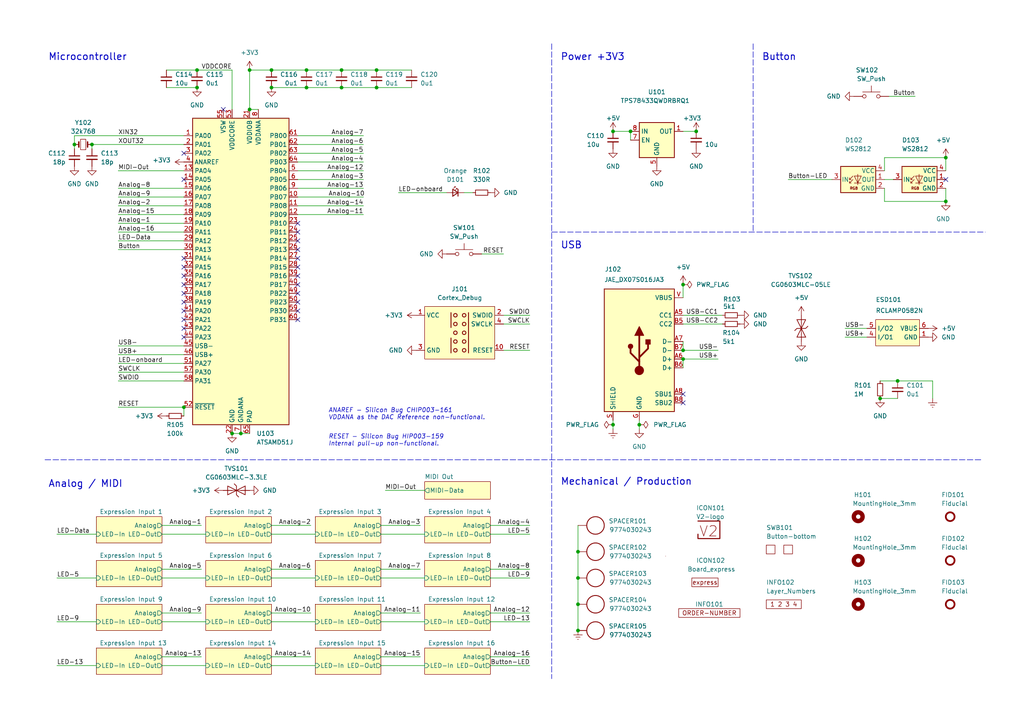
<source format=kicad_sch>
(kicad_sch (version 20231120) (generator "eeschema") (generator_version "8.0")
  (paper "A4")
  (title_block (title "V2 express") (date "2024-02-02") (rev "4") (company "Versio Duo") (comment 1 "Expression Controller"))
  (lib_symbols
    (symbol "Device:C_Small" (pin_numbers hide) (pin_names (offset 0.254) hide)
      (property "Reference" "C" (at 0.254 1.778 0))
      (property "Value" "C_Small" (at 0.254 -2.032 0))
      (symbol "C_Small_1_1"
        (pin passive line (at 0 2.54 270) (length 2.032) (name "~") (number "1"))
        (pin passive line (at 0 -2.54 90) (length 2.032) (name "~") (number "2"))
      )
    )
    (symbol "Device:Crystal_Small" (pin_numbers hide) (pin_names (offset 1.016) hide)
      (property "Reference" "Y" (at 0 2.54 0))
      (property "Value" "Crystal_Small" (at 0 -2.54 0))
      (symbol "Crystal_Small_1_1"
        (pin passive line (at -2.54 0 0) (length 1.27) (name "1") (number "1"))
        (pin passive line (at 2.54 0 180) (length 1.27) (name "2") (number "2"))
      )
    )
    (symbol "Device:LED_Small" (pin_numbers hide) (pin_names (offset 0.254) hide)
      (property "Reference" "D" (at -1.27 3.175 0))
      (property "Value" "LED_Small" (at -4.445 -2.54 0))
      (symbol "LED_Small_1_1"
        (pin passive line (at -2.54 0 0) (length 1.778) (name "K") (number "1"))
        (pin passive line (at 2.54 0 180) (length 1.778) (name "A") (number "2"))
      )
    )
    (symbol "Device:R_Small" (pin_numbers hide) (pin_names (offset 0.254) hide)
      (property "Reference" "R" (at 0.762 0.508 0))
      (property "Value" "R_Small" (at 0.762 -1.016 0))
      (symbol "R_Small_1_1"
        (pin passive line (at 0 2.54 270) (length 0.762) (name "~") (number "1"))
        (pin passive line (at 0 -2.54 90) (length 0.762) (name "~") (number "2"))
      )
    )
    (symbol "Switch:SW_Push" (pin_numbers hide) (pin_names (offset 1.016) hide)
      (property "Reference" "SW" (at 1.27 2.54 0))
      (property "Value" "SW_Push" (at 0 -1.524 0))
      (symbol "SW_Push_0_1"
        (pin passive line (at -5.08 0 0) (length 2.54) (name "1") (number "1"))
        (pin passive line (at 5.08 0 180) (length 2.54) (name "2") (number "2"))
      )
    )
    (symbol "V2_Artwork:Board_express" (in_bom no)
      (property "Reference" "ICON" (at 0 2.54 0))
      (symbol "Board_express_0_0"
        (text "express" (at 0 0 0) (effects (font (size 1.27 1.27))))
      )
    )
    (symbol "V2_Artwork:V2-logo" (in_bom no)
      (property "Reference" "ICON" (at -3.302 3.81 0))
      (symbol "V2-logo_1_0"
        (text "V2" (at -0.2055 -0.4053 0) (effects (font (size 3 3))))
      )
    )
    (symbol "V2_Connector_USB:JAE_DX07S016JA3"
      (property "Reference" "J" (at -10.16 22.86 0))
      (property "Value" "USB-C_2.0" (at -10.16 20.5 0))
      (symbol "JAE_DX07S016JA3_1_1"
        (pin bidirectional line (at 12.7 10.16 180) (length 2.54) (name "CC1") (number "A5"))
        (pin bidirectional line (at 12.7 -2.54 180) (length 2.54) (name "D+") (number "A6"))
        (pin bidirectional line (at 12.7 2.54 180) (length 2.54) (name "D-") (number "A7"))
        (pin bidirectional line (at 12.7 -12.7 180) (length 2.54) (name "SBU1") (number "A8"))
        (pin bidirectional line (at 12.7 7.62 180) (length 2.54) (name "CC2") (number "B5"))
        (pin bidirectional line (at 12.7 -5.08 180) (length 2.54) (name "D+") (number "B6"))
        (pin bidirectional line (at 12.7 0 180) (length 2.54) (name "D-") (number "B7"))
        (pin bidirectional line (at 12.7 -15.24 180) (length 2.54) (name "SBU2") (number "B8"))
        (pin passive line (at 0 -20.32 90) (length 2.54) (name "GND") (number "G"))
        (pin passive line (at -7.62 -20.32 90) (length 2.54) (name "SHIELD") (number "S"))
        (pin passive line (at 12.7 15.24 180) (length 2.54) (name "VBUS") (number "V"))
      )
    )
    (symbol "V2_Cortex_Debug:Cortex_Debug" (in_bom no)
      (property "Reference" "J" (at -8.89 11.43 0))
      (property "Value" "Cortex_Debug" (at -8.89 8.89 0))
      (symbol "Cortex_Debug_1_0"
        (pin power_in line (at -11.43 5.08 0) (length 2.54) (name "VCC") (number "1"))
        (pin input line (at 13.97 -5.08 180) (length 2.54) (name "RESET") (number "10"))
        (pin bidirectional line (at 13.97 5.08 180) (length 2.54) (name "SWDIO") (number "2"))
        (pin power_in line (at -11.43 -5.08 0) (length 2.54) (name "GND") (number "3"))
        (pin input line (at 13.97 2.54 180) (length 2.54) (name "SWCLK") (number "4"))
        (pin passive line (at -11.43 -5.08 0) (length 2.54) hide (name "GND") (number "5"))
      )
    )
    (symbol "V2_Diode:CG0603MLC-05LE" (pin_numbers hide) (pin_names hide)
      (property "Reference" "TVS" (at -1.27 3.81 0))
      (property "Value" "CG0603MLC-05LE" (at 0 -3.81 0))
      (symbol "CG0603MLC-05LE_1_1"
        (pin passive line (at -3.81 0 0) (length 2.54) (name "K") (number "1"))
        (pin passive line (at 3.81 0 180) (length 2.54) (name "A") (number "2"))
      )
    )
    (symbol "V2_Diode:CG0603MLC-3.3LE" (pin_numbers hide) (pin_names hide)
      (property "Reference" "TVS" (at -1.27 3.81 0))
      (property "Value" "CG0603MLC-3.3LE" (at 0 -3.81 0))
      (symbol "CG0603MLC-3.3LE_1_1"
        (pin passive line (at -3.81 0 0) (length 2.54) (name "K") (number "1"))
        (pin passive line (at 3.81 0 180) (length 2.54) (name "A") (number "2"))
      )
    )
    (symbol "V2_ESD_Suppressor:RCLAMP0582N"
      (property "Reference" "ESD" (at -6.35 6.35 0))
      (property "Value" "RCLAMP0582N" (at -6.35 3.81 0))
      (symbol "RCLAMP0582N_1_0"
        (pin power_in line (at 8.89 -2.54 180) (length 2.54) (name "GND") (number "1"))
        (pin no_connect line (at 2.54 -10.16 0) (length 2.54) hide (name "") (number "3"))
        (pin bidirectional line (at -8.89 -2.54 0) (length 2.54) (name "I/O1") (number "4"))
        (pin bidirectional line (at -8.89 0 0) (length 2.54) (name "I/O2") (number "5"))
        (pin power_in line (at 8.89 0 180) (length 2.54) (name "VBUS") (number "6"))
      )
      (symbol "RCLAMP0582N_1_1"
        (pin no_connect line (at 2.54 -7.62 0) (length 2.54) hide (name "") (number "2"))
      )
    )
    (symbol "V2_LED:WS2812" (pin_names (offset 0.254))
      (property "Reference" "D3" (at 0 11.43 0))
      (property "Value" "WS2812" (at 0 8.89 0))
      (symbol "WS2812_0_0"
        (text "RGB" (at -1.27 -1.27 0) (effects (font (size 0.762 0.762))))
      )
      (symbol "WS2812_1_1"
        (pin output line (at 7.62 1.27 180) (length 2.54) (name "OUT") (number "1"))
        (pin power_in line (at 7.62 -1.27 180) (length 2.54) (name "GND") (number "2"))
        (pin input line (at -7.62 1.27 0) (length 2.54) (name "IN") (number "3"))
        (pin power_in line (at 7.62 3.81 180) (length 2.54) (name "VCC") (number "4"))
      )
    )
    (symbol "V2_MCU_Microchip_SAMD:ATSAMD51J"
      (property "Reference" "U" (at 5.08 -44.45 0))
      (property "Value" "ATSAMD51J" (at 5.08 -46.99 0))
      (symbol "ATSAMD51J_1_0"
        (pin bidirectional line (at 16.51 31.75 180) (length 2.54) (name "PB03") (number "64"))
      )
      (symbol "ATSAMD51J_1_1"
        (pin bidirectional line (at -16.51 39.37 0) (length 2.54) (name "PA00") (number "1"))
        (pin bidirectional line (at 16.51 21.59 180) (length 2.54) (name "PB07") (number "10"))
        (pin bidirectional line (at 16.51 19.05 180) (length 2.54) (name "PB08") (number "11"))
        (pin bidirectional line (at 16.51 16.51 180) (length 2.54) (name "PB09") (number "12"))
        (pin bidirectional line (at -16.51 29.21 0) (length 2.54) (name "PA04") (number "13"))
        (pin bidirectional line (at -16.51 26.67 0) (length 2.54) (name "PA05") (number "14"))
        (pin bidirectional line (at -16.51 24.13 0) (length 2.54) (name "PA06") (number "15"))
        (pin bidirectional line (at -16.51 21.59 0) (length 2.54) (name "PA07") (number "16"))
        (pin bidirectional line (at -16.51 19.05 0) (length 2.54) (name "PA08") (number "17"))
        (pin bidirectional line (at -16.51 16.51 0) (length 2.54) (name "PA09") (number "18"))
        (pin bidirectional line (at -16.51 13.97 0) (length 2.54) (name "PA10") (number "19"))
        (pin bidirectional line (at -16.51 36.83 0) (length 2.54) (name "PA01") (number "2"))
        (pin bidirectional line (at -16.51 11.43 0) (length 2.54) (name "PA11") (number "20"))
        (pin power_in line (at 2.54 46.99 270) (length 2.54) (name "VDDIOB") (number "21"))
        (pin power_in line (at -2.54 -46.99 90) (length 2.54) (name "GND") (number "22"))
        (pin bidirectional line (at 16.51 13.97 180) (length 2.54) (name "PB10") (number "23"))
        (pin bidirectional line (at 16.51 11.43 180) (length 2.54) (name "PB11") (number "24"))
        (pin bidirectional line (at 16.51 8.89 180) (length 2.54) (name "PB12") (number "25"))
        (pin bidirectional line (at 16.51 6.35 180) (length 2.54) (name "PB13") (number "26"))
        (pin bidirectional line (at 16.51 3.81 180) (length 2.54) (name "PB14") (number "27"))
        (pin bidirectional line (at 16.51 1.27 180) (length 2.54) (name "PB15") (number "28"))
        (pin bidirectional line (at -16.51 8.89 0) (length 2.54) (name "PA12") (number "29"))
        (pin bidirectional line (at -16.51 34.29 0) (length 2.54) (name "PA02") (number "3"))
        (pin bidirectional line (at -16.51 6.35 0) (length 2.54) (name "PA13") (number "30"))
        (pin bidirectional line (at -16.51 3.81 0) (length 2.54) (name "PA14") (number "31"))
        (pin bidirectional line (at -16.51 1.27 0) (length 2.54) (name "PA15") (number "32"))
        (pin passive line (at -2.54 -46.99 90) (length 2.54) hide (name "GND") (number "33"))
        (pin passive line (at 2.54 46.99 270) (length 2.54) hide (name "VDDIO") (number "34"))
        (pin bidirectional line (at -16.51 -1.27 0) (length 2.54) (name "PA16") (number "35"))
        (pin bidirectional line (at -16.51 -3.81 0) (length 2.54) (name "PA17") (number "36"))
        (pin bidirectional line (at -16.51 -6.35 0) (length 2.54) (name "PA18") (number "37"))
        (pin bidirectional line (at -16.51 -8.89 0) (length 2.54) (name "PA19") (number "38"))
        (pin bidirectional line (at 16.51 -1.27 180) (length 2.54) (name "PB16") (number "39"))
        (pin bidirectional line (at -16.51 31.75 0) (length 2.54) (name "PA03") (number "4") (alternate "ANAREF" input line))
        (pin bidirectional line (at 16.51 -3.81 180) (length 2.54) (name "PB17") (number "40"))
        (pin bidirectional line (at -16.51 -11.43 0) (length 2.54) (name "PA20") (number "41"))
        (pin bidirectional line (at -16.51 -13.97 0) (length 2.54) (name "PA21") (number "42"))
        (pin bidirectional line (at -16.51 -16.51 0) (length 2.54) (name "PA22") (number "43"))
        (pin bidirectional line (at -16.51 -19.05 0) (length 2.54) (name "PA23") (number "44"))
        (pin bidirectional line (at -16.51 -21.59 0) (length 2.54) (name "PA24") (number "45") (alternate "USB-" bidirectional line))
        (pin bidirectional line (at -16.51 -24.13 0) (length 2.54) (name "PA25") (number "46") (alternate "USB+" bidirectional line))
        (pin passive line (at -2.54 -46.99 90) (length 2.54) hide (name "GND") (number "47"))
        (pin passive line (at 2.54 46.99 270) (length 2.54) hide (name "VDDIO") (number "48"))
        (pin bidirectional line (at 16.51 -6.35 180) (length 2.54) (name "PB22") (number "49"))
        (pin bidirectional line (at 16.51 29.21 180) (length 2.54) (name "PB04") (number "5"))
        (pin bidirectional line (at 16.51 -8.89 180) (length 2.54) (name "PB23") (number "50"))
        (pin bidirectional line (at -16.51 -26.67 0) (length 2.54) (name "PA27") (number "51"))
        (pin input line (at -16.51 -39.37 0) (length 2.54) (name "~{RESET}") (number "52"))
        (pin power_out line (at -2.54 46.99 270) (length 2.54) (name "VDDCORE") (number "53"))
        (pin passive line (at -2.54 -46.99 90) (length 2.54) hide (name "GND") (number "54"))
        (pin power_in line (at -5.08 46.99 270) (length 2.54) (name "VSW") (number "55"))
        (pin passive line (at 2.54 46.99 270) (length 2.54) hide (name "VDDIO") (number "56"))
        (pin bidirectional line (at -16.51 -29.21 0) (length 2.54) (name "PA30") (number "57"))
        (pin bidirectional line (at -16.51 -31.75 0) (length 2.54) (name "PA31") (number "58"))
        (pin bidirectional line (at 16.51 -11.43 180) (length 2.54) (name "PB30") (number "59"))
        (pin bidirectional line (at 16.51 26.67 180) (length 2.54) (name "PB05") (number "6"))
        (pin bidirectional line (at 16.51 -13.97 180) (length 2.54) (name "PB31") (number "60"))
        (pin bidirectional line (at 16.51 39.37 180) (length 2.54) (name "PB00") (number "61"))
        (pin bidirectional line (at 16.51 36.83 180) (length 2.54) (name "PB01") (number "62"))
        (pin bidirectional line (at 16.51 34.29 180) (length 2.54) (name "PB02") (number "63"))
        (pin power_in line (at 2.54 -46.99 90) (length 2.54) (name "PAD") (number "65"))
        (pin power_in line (at 0 -46.99 90) (length 2.54) (name "GNDANA") (number "7"))
        (pin power_in line (at 5.08 46.99 270) (length 2.54) (name "VDDANA") (number "8"))
        (pin bidirectional line (at 16.51 24.13 180) (length 2.54) (name "PB06") (number "9"))
      )
    )
    (symbol "V2_Mechanical:Fiducial_Paste" (in_bom no)
      (property "Reference" "FID" (at 0 5.08 0))
      (property "Value" "Fiducial_Paste" (at 0 3.175 0))
    )
    (symbol "V2_Mechanical:MountingHole_3mm" (pin_names (offset 1.016)) (in_bom no)
      (property "Reference" "H" (at 0 5.08 0))
      (property "Value" "MountingHole_3mm" (at 0 3.175 0))
    )
    (symbol "V2_PCB_Devices:Button-bottom" (in_bom no)
      (property "Reference" "SWB1" (at -2.54 3.81 0))
      (property "Value" "Button-bottom" (at -6.35 -3.81 0))
    )
    (symbol "V2_Production:Layer_Numbers" (in_bom no)
      (property "Reference" "INFO" (at 0 3.81 0))
      (property "Value" "Layer_Numbers" (at 0 -3.81 0))
      (symbol "Layer_Numbers_0_0"
        (text "1 2 3 4" (at 0 0 0) (effects (font (size 1.27 1.27))))
      )
    )
    (symbol "V2_Production:Order_Number" (in_bom no)
      (property "Reference" "INFO" (at 0 2.54 0))
      (symbol "Order_Number_0_0"
        (text "ORDER-NUMBER" (at 0 0 0) (effects (font (size 1.27 1.27))))
      )
    )
    (symbol "V2_Regulator_Linear:TPS78433QWDRBRQ1"
      (property "Reference" "U" (at -5.08 10.16 0))
      (property "Value" "TPS78433QWDRBRQ1 " (at -5.08 7.62 0))
      (symbol "TPS78433QWDRBRQ1_0_1"
        (pin power_out line (at 7.62 2.54 180) (length 2.54) (name "OUT") (number "1"))
        (pin no_connect line (at 0 -19.05 180) (length 2.54) hide (name "") (number "2"))
        (pin no_connect line (at 0 -21.59 180) (length 2.54) hide (name "") (number "3"))
        (pin no_connect line (at 0 -24.13 180) (length 2.54) hide (name "") (number "4"))
        (pin power_in line (at 0 -7.62 90) (length 2.54) (name "GND") (number "5"))
        (pin no_connect line (at 0 -26.67 180) (length 2.54) hide (name "") (number "6"))
        (pin input line (at -7.62 0 0) (length 2.54) (name "EN") (number "7"))
        (pin power_in line (at -7.62 2.54 0) (length 2.54) (name "IN") (number "8"))
      )
      (symbol "TPS78433QWDRBRQ1_1_1"
        (pin passive line (at 0 -7.62 90) (length 2.54) hide (name "GND") (number "9"))
      )
    )
    (symbol "V2_Spacer_Wurth:9774030243" (pin_numbers hide) (pin_names hide)
      (property "Reference" "SPACER" (at 0 7.62 0))
      (property "Value" "9774030243" (at 0 5.08 0))
      (symbol "9774030243_1_0"
        (pin passive line (at -5.08 0 0) (length 2.54) (name "1") (number "1"))
      )
    )
    (symbol "power:+3V3" (power) (pin_names (offset 0))
      (property "Value" "+3V3" (at 0 3.556 0))
      (symbol "+3V3_1_1"
        (pin power_in line (at 0 0 90) (length 0) hide (name "+3V3") (number "1"))
      )
    )
    (symbol "power:+5V" (power) (pin_names (offset 0))
      (property "Value" "+5V" (at 0 3.556 0))
      (symbol "+5V_1_1"
        (pin power_in line (at 0 0 90) (length 0) hide (name "+5V") (number "1"))
      )
    )
    (symbol "power:Earth" (power) (pin_names (offset 0))
      (symbol "Earth_1_1"
        (pin power_in line (at 0 0 270) (length 0) hide (name "Earth") (number "1"))
      )
    )
    (symbol "power:GND" (power) (pin_names (offset 0))
      (property "Value" "GND" (at 0 -3.81 0))
      (symbol "GND_1_1"
        (pin power_in line (at 0 0 270) (length 0) hide (name "GND") (number "1"))
      )
    )
    (symbol "power:PWR_FLAG" (power) (pin_numbers hide) (pin_names (offset 0) hide)
      (property "Value" "PWR_FLAG" (at 0 3.81 0))
      (symbol "PWR_FLAG_0_0"
        (pin power_out line (at 0 0 90) (length 0) (name "pwr") (number "1"))
      )
    )
  )
  (junction (at 67.31 125.73))
  (junction (at 72.39 31.75))
  (junction (at 167.64 167.64))
  (junction (at 201.93 38.1))
  (junction (at 99.06 20.32))
  (junction (at 274.32 58.42))
  (junction (at 109.22 25.4))
  (junction (at 57.15 20.32))
  (junction (at 57.15 25.4))
  (junction (at 182.88 38.1))
  (junction (at 78.74 20.32))
  (junction (at 198.12 104.14))
  (junction (at 88.9 25.4))
  (junction (at 177.8 38.1))
  (junction (at 185.42 123.19))
  (junction (at 274.32 45.72))
  (junction (at 167.64 160.02))
  (junction (at 198.12 101.6))
  (junction (at 26.67 41.91))
  (junction (at 78.74 25.4))
  (junction (at 167.64 182.88))
  (junction (at 177.8 123.19))
  (junction (at 53.34 118.11))
  (junction (at 255.27 115.57))
  (junction (at 260.35 110.49))
  (junction (at 88.9 20.32))
  (junction (at 109.22 20.32))
  (junction (at 72.39 20.32))
  (junction (at 69.85 125.73))
  (junction (at 99.06 25.4))
  (junction (at 167.64 175.26))
  (junction (at 198.12 82.55))
  (junction (at 21.59 41.91))
  (no_connect (at 53.34 82.55))
  (no_connect (at 53.34 80.01))
  (no_connect (at 53.34 52.07))
  (no_connect (at 86.36 82.55))
  (no_connect (at 53.34 90.17))
  (no_connect (at 274.32 52.07))
  (no_connect (at 86.36 87.63))
  (no_connect (at 198.12 114.3))
  (no_connect (at 198.12 116.84))
  (no_connect (at 53.34 85.09))
  (no_connect (at 86.36 77.47))
  (no_connect (at 86.36 85.09))
  (no_connect (at 86.36 74.93))
  (no_connect (at 53.34 77.47))
  (no_connect (at 53.34 74.93))
  (no_connect (at 53.34 87.63))
  (no_connect (at 53.34 92.71))
  (no_connect (at 86.36 69.85))
  (no_connect (at 86.36 64.77))
  (no_connect (at 53.34 44.45))
  (no_connect (at 64.77 31.75))
  (no_connect (at 86.36 92.71))
  (no_connect (at 86.36 67.31))
  (no_connect (at 53.34 97.79))
  (no_connect (at 86.36 80.01))
  (no_connect (at 86.36 72.39))
  (no_connect (at 86.36 90.17))
  (no_connect (at 53.34 95.25))
  (wire (pts (xy 99.06 20.32) (xy 109.22 20.32)))
  (wire (pts (xy 78.74 180.34) (xy 91.44 180.34)))
  (wire (pts (xy 167.64 182.88) (xy 167.64 175.26)))
  (wire (pts (xy 34.29 69.85) (xy 53.34 69.85)))
  (wire (pts (xy 78.74 193.04) (xy 91.44 193.04)))
  (wire (pts (xy 245.11 95.25) (xy 251.46 95.25)))
  (wire (pts (xy 110.49 154.94) (xy 123.19 154.94)))
  (wire (pts (xy 256.54 49.53) (xy 256.54 45.72)))
  (wire (pts (xy 256.54 52.07) (xy 259.08 52.07)))
  (wire (pts (xy 34.29 54.61) (xy 53.34 54.61)))
  (wire (pts (xy 34.29 100.33) (xy 53.34 100.33)))
  (wire (pts (xy 21.59 39.37) (xy 21.59 41.91)))
  (wire (pts (xy 57.15 20.32) (xy 67.31 20.32)))
  (wire (pts (xy 255.27 110.49) (xy 260.35 110.49)))
  (wire (pts (xy 26.67 41.91) (xy 26.67 43.18)))
  (wire (pts (xy 72.39 20.32) (xy 78.74 20.32)))
  (wire (pts (xy 256.54 45.72) (xy 274.32 45.72)))
  (wire (pts (xy 177.8 123.19) (xy 177.8 121.92)))
  (wire (pts (xy 78.74 154.94) (xy 91.44 154.94)))
  (wire (pts (xy 78.74 165.1) (xy 90.17 165.1)))
  (wire (pts (xy 34.29 67.31) (xy 53.34 67.31)))
  (wire (pts (xy 34.29 57.15) (xy 53.34 57.15)))
  (wire (pts (xy 110.49 180.34) (xy 123.19 180.34)))
  (wire (pts (xy 86.36 52.07) (xy 105.41 52.07)))
  (polyline (pts (xy 284.48 133.35) (xy 12.7 133.35)) (stroke (width 0) (type dash)))
  (wire (pts (xy 270.51 110.49) (xy 270.51 115.57)))
  (wire (pts (xy 177.8 124.46) (xy 177.8 123.19)))
  (wire (pts (xy 198.12 104.14) (xy 208.28 104.14)))
  (wire (pts (xy 34.29 105.41) (xy 53.34 105.41)))
  (wire (pts (xy 16.51 180.34) (xy 27.94 180.34)))
  (wire (pts (xy 26.67 41.91) (xy 53.34 41.91)))
  (wire (pts (xy 146.05 101.6) (xy 153.67 101.6)))
  (wire (pts (xy 198.12 93.98) (xy 209.55 93.98)))
  (wire (pts (xy 72.39 31.75) (xy 74.93 31.75)))
  (wire (pts (xy 34.29 49.53) (xy 53.34 49.53)))
  (wire (pts (xy 72.39 20.32) (xy 72.39 31.75)))
  (wire (pts (xy 105.41 57.15) (xy 86.36 57.15)))
  (wire (pts (xy 256.54 58.42) (xy 274.32 58.42)))
  (wire (pts (xy 142.24 154.94) (xy 153.67 154.94)))
  (wire (pts (xy 86.36 41.91) (xy 105.41 41.91)))
  (wire (pts (xy 16.51 167.64) (xy 27.94 167.64)))
  (wire (pts (xy 16.51 154.94) (xy 27.94 154.94)))
  (wire (pts (xy 34.29 118.11) (xy 53.34 118.11)))
  (wire (pts (xy 177.8 38.1) (xy 182.88 38.1)))
  (wire (pts (xy 142.24 193.04) (xy 153.67 193.04)))
  (wire (pts (xy 53.34 118.11) (xy 53.34 120.65)))
  (wire (pts (xy 86.36 44.45) (xy 105.41 44.45)))
  (wire (pts (xy 46.99 177.8) (xy 58.42 177.8)))
  (wire (pts (xy 198.12 82.55) (xy 198.12 86.36)))
  (wire (pts (xy 110.49 152.4) (xy 121.92 152.4)))
  (wire (pts (xy 69.85 125.73) (xy 72.39 125.73)))
  (wire (pts (xy 167.64 160.02) (xy 167.64 167.64)))
  (wire (pts (xy 78.74 177.8) (xy 90.17 177.8)))
  (wire (pts (xy 245.11 97.79) (xy 251.46 97.79)))
  (wire (pts (xy 142.24 167.64) (xy 153.67 167.64)))
  (wire (pts (xy 115.57 55.88) (xy 129.54 55.88)))
  (wire (pts (xy 274.32 54.61) (xy 274.32 58.42)))
  (wire (pts (xy 34.29 62.23) (xy 53.34 62.23)))
  (wire (pts (xy 137.16 55.88) (xy 134.62 55.88)))
  (wire (pts (xy 182.88 38.1) (xy 182.88 40.64)))
  (wire (pts (xy 146.05 91.44) (xy 153.67 91.44)))
  (wire (pts (xy 105.41 62.23) (xy 86.36 62.23)))
  (wire (pts (xy 78.74 25.4) (xy 88.9 25.4)))
  (wire (pts (xy 53.34 59.69) (xy 34.29 59.69)))
  (wire (pts (xy 255.27 115.57) (xy 260.35 115.57)))
  (polyline (pts (xy 160.02 67.31) (xy 285.75 67.31)) (stroke (width 0) (type dash)))
  (wire (pts (xy 86.36 59.69) (xy 105.41 59.69)))
  (wire (pts (xy 34.29 102.87) (xy 53.34 102.87)))
  (wire (pts (xy 260.35 110.49) (xy 270.51 110.49)))
  (wire (pts (xy 78.74 167.64) (xy 91.44 167.64)))
  (wire (pts (xy 86.36 49.53) (xy 105.41 49.53)))
  (wire (pts (xy 78.74 152.4) (xy 90.17 152.4)))
  (wire (pts (xy 123.19 142.24) (xy 111.76 142.24)))
  (wire (pts (xy 167.64 167.64) (xy 167.64 175.26)))
  (wire (pts (xy 67.31 31.75) (xy 67.31 20.32)))
  (wire (pts (xy 46.99 190.5) (xy 58.42 190.5)))
  (wire (pts (xy 185.42 123.19) (xy 185.42 121.92)))
  (wire (pts (xy 198.12 91.44) (xy 209.55 91.44)))
  (wire (pts (xy 228.6 52.07) (xy 241.3 52.07)))
  (wire (pts (xy 86.36 46.99) (xy 105.41 46.99)))
  (wire (pts (xy 198.12 104.14) (xy 198.12 106.68)))
  (wire (pts (xy 46.99 152.4) (xy 58.42 152.4)))
  (wire (pts (xy 78.74 20.32) (xy 88.9 20.32)))
  (wire (pts (xy 109.22 20.32) (xy 119.38 20.32)))
  (wire (pts (xy 198.12 99.06) (xy 198.12 101.6)))
  (polyline (pts (xy 218.44 12.7) (xy 218.44 67.31)) (stroke (width 0) (type dash)))
  (wire (pts (xy 142.24 180.34) (xy 153.67 180.34)))
  (wire (pts (xy 16.51 193.04) (xy 27.94 193.04)))
  (wire (pts (xy 198.12 38.1) (xy 201.93 38.1)))
  (wire (pts (xy 46.99 165.1) (xy 58.42 165.1)))
  (wire (pts (xy 109.22 25.4) (xy 119.38 25.4)))
  (wire (pts (xy 167.64 152.4) (xy 167.64 160.02)))
  (wire (pts (xy 274.32 45.72) (xy 274.32 49.53)))
  (wire (pts (xy 99.06 25.4) (xy 109.22 25.4)))
  (wire (pts (xy 110.49 165.1) (xy 121.92 165.1)))
  (wire (pts (xy 256.54 54.61) (xy 256.54 58.42)))
  (wire (pts (xy 21.59 41.91) (xy 21.59 43.18)))
  (wire (pts (xy 34.29 110.49) (xy 53.34 110.49)))
  (wire (pts (xy 110.49 177.8) (xy 121.92 177.8)))
  (wire (pts (xy 198.12 101.6) (xy 208.28 101.6)))
  (wire (pts (xy 105.41 54.61) (xy 86.36 54.61)))
  (wire (pts (xy 78.74 190.5) (xy 90.17 190.5)))
  (wire (pts (xy 139.7 73.66) (xy 146.05 73.66)))
  (wire (pts (xy 46.99 180.34) (xy 59.69 180.34)))
  (wire (pts (xy 21.59 39.37) (xy 53.34 39.37)))
  (wire (pts (xy 88.9 25.4) (xy 99.06 25.4)))
  (wire (pts (xy 142.24 177.8) (xy 153.67 177.8)))
  (wire (pts (xy 67.31 125.73) (xy 69.85 125.73)))
  (wire (pts (xy 34.29 72.39) (xy 53.34 72.39)))
  (wire (pts (xy 185.42 124.46) (xy 185.42 123.19)))
  (wire (pts (xy 142.24 190.5) (xy 153.67 190.5)))
  (wire (pts (xy 46.99 167.64) (xy 59.69 167.64)))
  (polyline (pts (xy 160.02 12.7) (xy 160.02 196.85)) (stroke (width 0) (type dash)))
  (wire (pts (xy 88.9 20.32) (xy 99.06 20.32)))
  (wire (pts (xy 257.81 27.94) (xy 265.43 27.94)))
  (wire (pts (xy 53.34 64.77) (xy 34.29 64.77)))
  (wire (pts (xy 110.49 167.64) (xy 123.19 167.64)))
  (wire (pts (xy 57.15 25.4) (xy 48.26 25.4)))
  (wire (pts (xy 110.49 193.04) (xy 123.19 193.04)))
  (wire (pts (xy 46.99 193.04) (xy 59.69 193.04)))
  (wire (pts (xy 86.36 39.37) (xy 105.41 39.37)))
  (wire (pts (xy 34.29 107.95) (xy 53.34 107.95)))
  (wire (pts (xy 142.24 165.1) (xy 153.67 165.1)))
  (wire (pts (xy 146.05 93.98) (xy 153.67 93.98)))
  (wire (pts (xy 110.49 190.5) (xy 121.92 190.5)))
  (wire (pts (xy 46.99 154.94) (xy 59.69 154.94)))
  (wire (pts (xy 142.24 152.4) (xy 153.67 152.4)))
  (wire (pts (xy 57.15 20.32) (xy 48.26 20.32)))
  (text "ANAREF - ﻿Silicon Bug CHIP003-161\nVDDANA as the DAC Reference non-functional." (at 95.25 121.92 0) (effects (font (size 1.27 1.27) (italic yes)) (justify left bottom)))
  (text "Analog / MIDI" (at 13.97 141.605 0) (effects (font (size 2 2) (thickness 0.254) (bold yes)) (justify left bottom)))
  (text "RESET - ﻿Silicon Bug HIP003-159\nInternal pull-up non-functional." (at 95.25 129.54 0) (effects (font (size 1.27 1.27) (italic yes)) (justify left bottom)))
  (text "Button" (at 220.98 17.78 0) (effects (font (size 2 2) (thickness 0.254) (bold yes)) (justify left bottom)))
  (text "Power +3V3" (at 162.56 17.78 0) (effects (font (size 2 2) (thickness 0.254) (bold yes)) (justify left bottom)))
  (text "Mechanical / Production" (at 162.56 140.97 0) (effects (font (size 2 2) (thickness 0.254) (bold yes)) (justify left bottom)))
  (text "Microcontroller" (at 13.97 17.78 0) (effects (font (size 2 2) (thickness 0.254) (bold yes)) (justify left bottom)))
  (text "USB" (at 162.56 72.39 0) (effects (font (size 2 2) (thickness 0.254) (bold yes)) (justify left bottom)))
  (label "USB-" (at 208.28 101.6 180))
  (label "Analog-7" (at 105.41 39.37 180))
  (label "Analog-10" (at 95.25 57.15 0))
  (label "SWCLK" (at 153.67 93.98 180))
  (label "Analog-16" (at 153.67 190.5 180))
  (label "Analog-14" (at 105.41 59.69 180))
  (label "Analog-16" (at 34.29 67.31 0))
  (label "LED-onboard" (at 115.57 55.88 0))
  (label "Analog-13" (at 58.42 190.5 180))
  (label "RESET" (at 34.29 118.11 0))
  (label "Analog-3" (at 105.41 52.07 180))
  (label "Button" (at 265.43 27.94 180))
  (label "Analog-8" (at 34.29 54.61 0))
  (label "Button" (at 34.29 72.39 0))
  (label "LED-onboard" (at 34.29 105.41 0))
  (label "Analog-13" (at 105.41 54.61 180))
  (label "Analog-11" (at 121.92 177.8 180))
  (label "LED-5" (at 16.51 167.64 0))
  (label "Button-LED" (at 228.6 52.07 0))
  (label "LED-Data" (at 34.29 69.85 0))
  (label "USB-CC2" (at 208.28 93.98 180))
  (label "Analog-8" (at 153.67 165.1 180))
  (label "RESET" (at 153.67 101.6 180))
  (label "MIDI-Out" (at 111.76 142.24 0))
  (label "Analog-2" (at 90.17 152.4 180))
  (label "LED-5" (at 153.67 154.94 180))
  (label "Analog-1" (at 58.42 152.4 180))
  (label "LED-9" (at 153.67 167.64 180))
  (label "Analog-1" (at 34.29 64.77 0))
  (label "RESET" (at 146.05 73.66 180))
  (label "Analog-2" (at 34.29 59.69 0))
  (label "MIDI-Out" (at 34.29 49.53 0))
  (label "Analog-3" (at 121.92 152.4 180))
  (label "LED-13" (at 16.51 193.04 0))
  (label "Analog-7" (at 121.92 165.1 180))
  (label "XOUT32" (at 34.29 41.91 0))
  (label "Analog-10" (at 90.17 177.8 180))
  (label "LED-9" (at 16.51 180.34 0))
  (label "Analog-5" (at 105.41 44.45 180))
  (label "USB-CC1" (at 208.28 91.44 180))
  (label "Analog-15" (at 34.29 62.23 0))
  (label "Analog-14" (at 90.17 190.5 180))
  (label "Analog-6" (at 90.17 165.1 180))
  (label "Analog-4" (at 153.67 152.4 180))
  (label "Analog-9" (at 34.29 57.15 0))
  (label "Analog-4" (at 105.41 46.99 180))
  (label "VDDCORE" (at 58.42 20.32 0))
  (label "USB-" (at 34.29 100.33 0))
  (label "SWDIO" (at 34.29 110.49 0))
  (label "Analog-5" (at 58.42 165.1 180))
  (label "USB+" (at 208.28 104.14 180))
  (label "LED-13" (at 153.67 180.34 180))
  (label "Analog-15" (at 121.92 190.5 180))
  (label "Analog-11" (at 105.41 62.23 180))
  (label "Analog-9" (at 58.42 177.8 180))
  (label "USB+" (at 34.29 102.87 0))
  (label "XIN32" (at 34.29 39.37 0))
  (label "Analog-12" (at 105.41 49.53 180))
  (label "LED-Data" (at 16.51 154.94 0))
  (label "Analog-6" (at 105.41 41.91 180))
  (label "Button-LED" (at 153.67 193.04 180))
  (label "SWCLK" (at 34.29 107.95 0))
  (label "USB+" (at 245.11 97.79 0))
  (label "Analog-12" (at 153.67 177.8 180))
  (label "SWDIO" (at 153.67 91.44 180))
  (label "USB-" (at 245.11 95.25 0))
  (symbol (lib_id "power:GND") (at 274.32 58.42 0) (unit 1)
    (property "Reference" "#PWR0128" (effects (hide yes)))
    (property "Value" "GND" (at 275.59 63.4999 0) (effects (justify right)))
  )
  (symbol (lib_id "V2_ESD_Suppressor:RCLAMP0582N") (at 260.35 95.25 0) (unit 1)
    (property "Reference" "ESD101" (at 254 87.63 0) (effects (justify left bottom)))
    (property "Value" "RCLAMP0582N" (at 254 90.805 0) (effects (justify left bottom)))
    (property "Footprint" "V2_ESD_Suppressor:SLP1210N6" (effects (hide yes)))
  )
  (symbol (lib_id "power:+3V3") (at 201.93 38.1 0) (unit 1)
    (property "Reference" "#PWR0120" (effects (hide yes)))
    (property "Value" "+3V3" (at 198.12 34.29 0) (effects (justify left)))
  )
  (symbol (lib_id "power:GND") (at 26.67 48.26 0) (unit 1)
    (property "Reference" "#PWR0130" (effects (hide yes)))
    (property "Value" "GND" (at 26.67 53.34 0))
  )
  (symbol (lib_id "V2_Production:Layer_Numbers") (at 227.33 175.26 0) (unit 1) (exclude_from_sim yes) (in_bom no)
    (property "Reference" "INFO102" (at 222.25 168.9099 0) (effects (justify left)))
    (property "Value" "Layer_Numbers" (at 222.25 171.4499 0) (effects (justify left)))
    (property "Footprint" "V2_Production:Layer_Numbers" (effects (hide yes)))
  )
  (symbol (lib_id "Switch:SW_Push") (at 252.73 27.94 0) (unit 1)
    (property "Reference" "SW102" (at 251.46 20.32 0))
    (property "Value" "SW_Push" (at 252.73 22.86 0))
    (property "Footprint" "V2_Button_Switch_SMD:SKSG" (effects (hide yes)))
  )
  (symbol (lib_id "Device:C_Small") (at 57.15 22.86 0) (unit 1)
    (property "Reference" "C115" (at 59.69 21.5962 0) (effects (justify left)))
    (property "Value" "0u1" (at 59.69 24.1362 0) (effects (justify left)))
    (property "Footprint" "Capacitor_SMD:C_0603_1608Metric" (effects (hide yes)))
  )
  (symbol (lib_id "Device:C_Small") (at 88.9 22.86 0) (unit 1)
    (property "Reference" "C117" (at 91.44 21.5962 0) (effects (justify left)))
    (property "Value" "0u1" (at 91.44 24.1362 0) (effects (justify left)))
    (property "Footprint" "Capacitor_SMD:C_0603_1608Metric" (effects (hide yes)))
  )
  (symbol (lib_id "V2_Regulator_Linear:TPS78433QWDRBRQ1") (at 190.5 40.64 0) (unit 1)
    (property "Reference" "U101" (at 190.5 26.67 0))
    (property "Value" "TPS78433QWDRBRQ1 " (at 190.5 29.21 0))
    (property "Footprint" "V2_Package_SON:VSON-8-1_3x3mm_P0.65_EP1.65x2.4mm" (effects (hide yes)))
    (property "Datasheet" "https://www.ti.com/product/TPS784-Q1" (effects (hide yes)))
  )
  (symbol (lib_id "power:+5V") (at 269.24 95.25 270) (unit 1)
    (property "Reference" "#PWR0125" (effects (hide yes)))
    (property "Value" "+5V" (at 273.05 95.2499 90) (effects (justify left)))
  )
  (symbol (lib_id "Device:Crystal_Small") (at 24.13 41.91 0) (unit 1)
    (property "Reference" "Y102" (at 24.13 35.56 0))
    (property "Value" "32k768" (at 24.13 38.1 0))
    (property "Footprint" "V2_Crystal:Crystal_SMD_3215-2Pin_3.2x1.5mm" (effects (hide yes)))
  )
  (symbol (lib_id "Device:LED_Small") (at 132.08 55.88 0) (mirror y) (unit 1)
    (property "Reference" "D101" (at 132.08 52.07 0))
    (property "Value" "Orange" (at 132.08 49.53 0))
    (property "Footprint" "LED_SMD:LED_0603_1608Metric" (effects (hide yes)))
  )
  (symbol (lib_id "V2_Mechanical:MountingHole_3mm") (at 248.92 162.56 0) (unit 1) (exclude_from_sim yes) (in_bom no)
    (property "Reference" "H102" (at 247.65 156.21 0) (effects (justify left)))
    (property "Value" "MountingHole_3mm" (at 256.54 158.75 0))
    (property "Footprint" "V2_Mechanical:MountingHole_3mm" (effects (hide yes)))
  )
  (symbol (lib_id "power:GND") (at 201.93 43.18 0) (unit 1)
    (property "Reference" "#PWR0104" (effects (hide yes)))
    (property "Value" "GND" (at 201.93 48.26 0))
  )
  (symbol (lib_id "V2_LED:WS2812") (at 248.92 53.34 0) (unit 1)
    (property "Reference" "D102" (at 247.65 40.64 0))
    (property "Value" "WS2812" (at 248.92 43.18 0))
    (property "Footprint" "V2_LED:WS2812-2020" (effects (hide yes)))
  )
  (symbol (lib_id "Device:C_Small") (at 201.93 40.64 0) (unit 1)
    (property "Reference" "C121" (effects (hide yes)))
    (property "Value" "10u" (at 204.47 41.9162 0) (effects (justify left)))
    (property "Footprint" "Capacitor_SMD:C_0603_1608Metric" (effects (hide yes)))
  )
  (symbol (lib_id "Device:C_Small") (at 26.67 45.72 0) (unit 1)
    (property "Reference" "C113" (at 29.21 44.4562 0) (effects (justify left)))
    (property "Value" "18p" (at 29.21 46.9962 0) (effects (justify left)))
    (property "Footprint" "Capacitor_SMD:C_0603_1608Metric" (effects (hide yes)))
  )
  (symbol (lib_id "power:Earth") (at 270.51 115.57 0) (unit 1)
    (property "Reference" "#PWR0103" (effects (hide yes)))
    (property "Value" "Earth" (effects (hide yes)))
  )
  (symbol (lib_id "power:GND") (at 214.63 93.98 90) (unit 1)
    (property "Reference" "#PWR0123" (effects (hide yes)))
    (property "Value" "GND" (at 218.44 93.9799 90) (effects (justify right)))
  )
  (symbol (lib_id "power:PWR_FLAG") (at 198.12 82.55 270) (unit 1)
    (property "Reference" "#FLG0103" (effects (hide yes)))
    (property "Value" "PWR_FLAG" (at 201.93 82.5499 90) (effects (justify left)))
  )
  (symbol (lib_id "V2_PCB_Devices:Button-bottom") (at 226.06 159.385 0) (unit 1) (exclude_from_sim yes) (in_bom no)
    (property "Reference" "SWB101" (at 222.25 153.035 0) (effects (justify left)))
    (property "Value" "Button-bottom" (at 222.25 155.575 0) (effects (justify left)))
    (property "Footprint" "V2_PCB_Devices:PCB_Button-bottom" (effects (hide yes)))
  )
  (symbol (lib_id "power:GND") (at 255.27 115.57 0) (unit 1)
    (property "Reference" "#PWR0102" (effects (hide yes)))
    (property "Value" "GND" (at 255.27 120.65 0))
  )
  (symbol (lib_id "power:+5V") (at 274.32 45.72 0) (unit 1)
    (property "Reference" "#PWR0127" (effects (hide yes)))
    (property "Value" "+5V" (at 275.59 40.6399 0) (effects (justify right)))
  )
  (symbol (lib_id "V2_Spacer_Wurth:9774030243") (at 172.72 160.02 0) (unit 1) (exclude_from_sim yes)
    (property "Reference" "SPACER102" (at 176.53 158.75 0) (effects (justify left)))
    (property "Value" "9774030243" (at 182.88 161.29 0))
    (property "Footprint" "V2_Spacer_Wurth:9774030243" (effects (hide yes)))
  )
  (symbol (lib_id "Device:R_Small") (at 212.09 91.44 90) (unit 1)
    (property "Reference" "R103" (at 214.8309 86.7954 90) (effects (justify left)))
    (property "Value" "5k1" (at 213.3599 88.9 90) (effects (justify left)))
    (property "Footprint" "Resistor_SMD:R_0603_1608Metric" (effects (hide yes)))
  )
  (symbol (lib_id "Device:C_Small") (at 260.35 113.03 0) (unit 1)
    (property "Reference" "C101" (at 262.89 111.7662 0) (effects (justify left)))
    (property "Value" "0u1" (at 262.89 114.3062 0) (effects (justify left)))
    (property "Footprint" "Capacitor_SMD:C_0603_1608Metric" (effects (hide yes)))
  )
  (symbol (lib_id "power:PWR_FLAG") (at 177.8 123.19 90) (unit 1)
    (property "Reference" "#FLG0101" (effects (hide yes)))
    (property "Value" "PWR_FLAG" (at 168.91 123.19 90))
  )
  (symbol (lib_id "power:GND") (at 78.74 25.4 0) (unit 1)
    (property "Reference" "#PWR0136" (effects (hide yes)))
    (property "Value" "GND" (at 78.74 30.48 0))
  )
  (symbol (lib_id "V2_Spacer_Wurth:9774030243") (at 172.72 182.88 0) (unit 1) (exclude_from_sim yes)
    (property "Reference" "SPACER105" (at 176.53 181.61 0) (effects (justify left)))
    (property "Value" "9774030243" (at 182.88 184.15 0))
    (property "Footprint" "V2_Spacer_Wurth:9774030243" (effects (hide yes)))
  )
  (symbol (lib_id "V2_Cortex_Debug:Cortex_Debug") (at 132.08 96.52 0) (unit 1) (exclude_from_sim yes) (in_bom no)
    (property "Reference" "J101" (at 133.35 83.82 0))
    (property "Value" "Cortex_Debug" (at 133.35 86.36 0))
    (property "Footprint" "V2_Cortex_Debug:Cortex_Debug_Pad" (effects (hide yes)))
  )
  (symbol (lib_id "power:Earth") (at 167.64 182.88 0) (unit 1)
    (property "Reference" "#PWR0101" (effects (hide yes)))
    (property "Value" "Earth" (effects (hide yes)))
  )
  (symbol (lib_id "V2_Diode:CG0603MLC-3.3LE") (at 68.58 142.24 0) (unit 1)
    (property "Reference" "TVS101" (at 68.58 135.89 0))
    (property "Value" "CG0603MLC-3.3LE" (at 68.58 138.43 0))
    (property "Footprint" "Diode_SMD:D_0603_1608Metric" (effects (hide yes)))
  )
  (symbol (lib_id "power:+3V3") (at 53.34 46.99 90) (unit 1)
    (property "Reference" "#PWR0132" (effects (hide yes)))
    (property "Value" "+3V3" (at 49.53 45.72 90) (effects (justify left bottom)))
  )
  (symbol (lib_id "V2_Mechanical:MountingHole_3mm") (at 248.92 175.26 0) (unit 1) (exclude_from_sim yes) (in_bom no)
    (property "Reference" "H103" (at 247.65 168.91 0) (effects (justify left)))
    (property "Value" "MountingHole_3mm" (at 256.54 171.45 0))
    (property "Footprint" "V2_Mechanical:MountingHole_3mm" (effects (hide yes)))
  )
  (symbol (lib_id "power:GND") (at 120.65 101.6 270) (unit 1)
    (property "Reference" "#PWR0111" (effects (hide yes)))
    (property "Value" "GND" (at 116.84 101.5999 90) (effects (justify right)))
  )
  (symbol (lib_id "V2_LED:WS2812") (at 266.7 53.34 0) (unit 1)
    (property "Reference" "D103" (at 264.16 40.64 0))
    (property "Value" "WS2812" (at 265.43 43.18 0))
    (property "Footprint" "V2_LED:WS2812-2020" (effects (hide yes)))
  )
  (symbol (lib_id "power:GND") (at 185.42 124.46 0) (unit 1)
    (property "Reference" "#PWR0118" (effects (hide yes)))
    (property "Value" "GND" (at 185.42 129.54 0))
  )
  (symbol (lib_id "power:+5V") (at 177.8 38.1 0) (unit 1)
    (property "Reference" "#PWR0116" (effects (hide yes)))
    (property "Value" "+5V" (at 177.8 34.29 0))
  )
  (symbol (lib_id "V2_MCU_Microchip_SAMD:ATSAMD51J") (at 69.85 78.74 0) (unit 1)
    (property "Reference" "U103" (at 74.4094 125.73 0) (effects (justify left)))
    (property "Value" "ATSAMD51J" (at 74.4094 128.27 0) (effects (justify left)))
    (property "Footprint" "V2_Package_DFN_QFN:QFN-64-1EP_9x9mm_P0.5mm_EP4.8x4.8mm_ThermalVias" (effects (hide yes)))
    (property "Datasheet" "http://ww1.microchip.com/downloads/en/DeviceDoc/60001507E.pdf" (effects (hide yes)))
    (pin "4" (alternate "ANAREF"))
    (pin "45" (alternate "USB-"))
    (pin "46" (alternate "USB+"))
  )
  (symbol (lib_id "V2_Spacer_Wurth:9774030243") (at 172.72 167.64 0) (unit 1) (exclude_from_sim yes)
    (property "Reference" "SPACER103" (at 176.53 166.37 0) (effects (justify left)))
    (property "Value" "9774030243" (at 182.88 168.91 0))
    (property "Footprint" "V2_Spacer_Wurth:9774030243" (effects (hide yes)))
  )
  (symbol (lib_id "power:GND") (at 247.65 27.94 270) (unit 1)
    (property "Reference" "#PWR0124" (effects (hide yes)))
    (property "Value" "GND" (at 243.84 27.9399 90) (effects (justify right)))
  )
  (symbol (lib_id "V2_Production:Order_Number") (at 205.74 177.8 0) (unit 1) (exclude_from_sim yes) (in_bom no)
    (property "Reference" "INFO101" (at 205.74 175.26 0))
    (property "Value" "Order_Number" (effects (hide yes)))
    (property "Footprint" "V2_Production:Order_Number" (effects (hide yes)))
  )
  (symbol (lib_id "power:+3V3") (at 120.65 91.44 90) (unit 1)
    (property "Reference" "#PWR0110" (effects (hide yes)))
    (property "Value" "+3V3" (at 116.84 91.4399 90) (effects (justify left)))
  )
  (symbol (lib_id "V2_Spacer_Wurth:9774030243") (at 172.72 175.26 0) (unit 1) (exclude_from_sim yes)
    (property "Reference" "SPACER104" (at 176.53 173.99 0) (effects (justify left)))
    (property "Value" "9774030243" (at 182.88 176.53 0))
    (property "Footprint" "V2_Spacer_Wurth:9774030243" (effects (hide yes)))
  )
  (symbol (lib_id "Device:C_Small") (at 177.8 40.64 0) (unit 1)
    (property "Reference" "C110" (at 175.26 39.37 0) (effects (justify right)))
    (property "Value" "10u" (at 173.99 41.91 0) (effects (justify right)))
    (property "Footprint" "Capacitor_SMD:C_0603_1608Metric" (effects (hide yes)))
  )
  (symbol (lib_id "power:+3V3") (at 64.77 142.24 90) (unit 1)
    (property "Reference" "#PWR0106" (effects (hide yes)))
    (property "Value" "+3V3" (at 60.96 142.2399 90) (effects (justify left)))
  )
  (symbol (lib_id "Device:C_Small") (at 119.38 22.86 0) (unit 1)
    (property "Reference" "C120" (at 121.92 21.5962 0) (effects (justify left)))
    (property "Value" "0u1" (at 121.92 24.1362 0) (effects (justify left)))
    (property "Footprint" "Capacitor_SMD:C_0603_1608Metric" (effects (hide yes)))
  )
  (symbol (lib_id "power:+5V") (at 198.12 82.55 0) (unit 1)
    (property "Reference" "#PWR0121" (effects (hide yes)))
    (property "Value" "+5V" (at 198.12 77.47 0))
  )
  (symbol (lib_id "Device:R_Small") (at 212.09 93.98 90) (unit 1)
    (property "Reference" "R104" (at 209.5499 96.52 90) (effects (justify right)))
    (property "Value" "5k1" (at 209.5499 99.06 90) (effects (justify right)))
    (property "Footprint" "Resistor_SMD:R_0603_1608Metric" (effects (hide yes)))
  )
  (symbol (lib_id "power:GND") (at 177.8 43.18 0) (unit 1)
    (property "Reference" "#PWR0114" (effects (hide yes)))
    (property "Value" "GND" (at 177.8 48.26 0))
  )
  (symbol (lib_id "power:GND") (at 232.41 99.06 0) (unit 1)
    (property "Reference" "#PWR0108" (effects (hide yes)))
    (property "Value" "GND" (at 232.41 104.14 0))
  )
  (symbol (lib_id "V2_Mechanical:Fiducial_Paste") (at 275.59 149.86 0) (unit 1) (exclude_from_sim yes) (in_bom no)
    (property "Reference" "FID101" (at 273.05 143.51 0) (effects (justify left)))
    (property "Value" "Fiducial" (at 273.05 146.05 0) (effects (justify left)))
    (property "Footprint" "V2_Fiducial:Fiducial_0.5mm_Mask1mm_Paste" (effects (hide yes)))
  )
  (symbol (lib_id "power:+3V3") (at 72.39 20.32 0) (unit 1)
    (property "Reference" "#PWR0135" (effects (hide yes)))
    (property "Value" "+3V3" (at 72.39 15.24 0))
  )
  (symbol (lib_id "Device:R_Small") (at 255.27 113.03 0) (unit 1)
    (property "Reference" "R101" (at 247.65 111.7599 0) (effects (justify left)))
    (property "Value" "1M" (at 247.65 114.2999 0) (effects (justify left)))
    (property "Footprint" "Resistor_SMD:R_0603_1608Metric" (effects (hide yes)))
  )
  (symbol (lib_id "power:Earth") (at 177.8 124.46 0) (unit 1)
    (property "Reference" "#PWR0115" (effects (hide yes)))
    (property "Value" "Earth" (effects (hide yes)))
  )
  (symbol (lib_id "power:GND") (at 57.15 25.4 0) (unit 1)
    (property "Reference" "#PWR0133" (effects (hide yes)))
    (property "Value" "GND" (at 57.15 30.48 0))
  )
  (symbol (lib_id "power:GND") (at 190.5 48.26 0) (unit 1)
    (property "Reference" "#PWR0119" (effects (hide yes)))
    (property "Value" "GND" (at 190.5 53.34 0))
  )
  (symbol (lib_id "Device:R_Small") (at 50.8 120.65 90) (unit 1)
    (property "Reference" "R105" (at 50.8 123.19 90))
    (property "Value" "100k" (at 50.8 125.73 90))
    (property "Footprint" "Resistor_SMD:R_0603_1608Metric" (effects (hide yes)))
  )
  (symbol (lib_id "power:GND") (at 142.24 55.88 90) (unit 1)
    (property "Reference" "#PWR0113" (effects (hide yes)))
    (property "Value" "GND" (at 146.05 55.8799 90) (effects (justify right)))
  )
  (symbol (lib_id "Device:C_Small") (at 21.59 45.72 0) (unit 1)
    (property "Reference" "C112" (at 19.05 44.4562 0) (effects (justify right)))
    (property "Value" "18p" (at 19.05 46.9962 0) (effects (justify right)))
    (property "Footprint" "Capacitor_SMD:C_0603_1608Metric" (effects (hide yes)))
  )
  (symbol (lib_id "Device:R_Small") (at 139.7 55.88 90) (unit 1)
    (property "Reference" "R102" (at 139.7 49.53 90))
    (property "Value" "330R" (at 139.7 52.07 90))
    (property "Footprint" "Resistor_SMD:R_0603_1608Metric" (effects (hide yes)))
  )
  (symbol (lib_id "power:GND") (at 269.24 97.79 90) (unit 1)
    (property "Reference" "#PWR0126" (effects (hide yes)))
    (property "Value" "GND" (at 273.05 97.7899 90) (effects (justify right)))
  )
  (symbol (lib_id "Device:C_Small") (at 99.06 22.86 0) (unit 1)
    (property "Reference" "C118" (at 101.6 21.5962 0) (effects (justify left)))
    (property "Value" "0u1" (at 101.6 24.1362 0) (effects (justify left)))
    (property "Footprint" "Capacitor_SMD:C_0603_1608Metric" (effects (hide yes)))
  )
  (symbol (lib_id "V2_Mechanical:MountingHole_3mm") (at 248.92 149.86 0) (unit 1) (exclude_from_sim yes) (in_bom no)
    (property "Reference" "H101" (at 247.65 143.51 0) (effects (justify left)))
    (property "Value" "MountingHole_3mm" (at 256.54 146.05 0))
    (property "Footprint" "V2_Mechanical:MountingHole_3mm" (effects (hide yes)))
  )
  (symbol (lib_id "Device:C_Small") (at 78.74 22.86 0) (unit 1)
    (property "Reference" "C116" (at 86.36 21.59 0) (effects (justify right)))
    (property "Value" "0u1" (at 86.36 24.13 0) (effects (justify right)))
    (property "Footprint" "Capacitor_SMD:C_0603_1608Metric" (effects (hide yes)))
  )
  (symbol (lib_id "power:GND") (at 21.59 48.26 0) (unit 1)
    (property "Reference" "#PWR0129" (effects (hide yes)))
    (property "Value" "GND" (at 21.59 53.34 0))
  )
  (symbol (lib_id "power:GND") (at 67.31 125.73 0) (unit 1)
    (property "Reference" "#PWR0134" (effects (hide yes)))
    (property "Value" "GND" (at 67.31 130.81 0))
  )
  (symbol (lib_id "V2_Spacer_Wurth:9774030243") (at 172.72 152.4 0) (unit 1) (exclude_from_sim yes)
    (property "Reference" "SPACER101" (at 176.53 151.13 0) (effects (justify left)))
    (property "Value" "9774030243" (at 182.88 153.67 0))
    (property "Footprint" "V2_Spacer_Wurth:9774030243" (effects (hide yes)))
  )
  (symbol (lib_id "power:GND") (at 214.63 91.44 90) (unit 1)
    (property "Reference" "#PWR0122" (effects (hide yes)))
    (property "Value" "GND" (at 218.44 91.4399 90) (effects (justify right)))
  )
  (symbol (lib_id "power:PWR_FLAG") (at 185.42 123.19 270) (unit 1)
    (property "Reference" "#FLG0102" (effects (hide yes)))
    (property "Value" "PWR_FLAG" (at 194.31 123.19 90))
  )
  (symbol (lib_id "power:+3V3") (at 48.26 120.65 90) (unit 1)
    (property "Reference" "#PWR0131" (effects (hide yes)))
    (property "Value" "+3V3" (at 44.45 120.65 90) (effects (justify left)))
  )
  (symbol (lib_id "V2_Mechanical:Fiducial_Paste") (at 275.59 162.56 0) (unit 1) (exclude_from_sim yes) (in_bom no)
    (property "Reference" "FID102" (at 273.05 156.21 0) (effects (justify left)))
    (property "Value" "Fiducial" (at 276.86 158.75 0))
    (property "Footprint" "V2_Fiducial:Fiducial_0.5mm_Mask1mm_Paste" (effects (hide yes)))
  )
  (symbol (lib_id "Switch:SW_Push") (at 134.62 73.66 0) (unit 1)
    (property "Reference" "SW101" (at 134.62 66.04 0))
    (property "Value" "SW_Push" (at 134.62 68.58 0))
    (property "Footprint" "V2_Button_Switch_SMD:SKSG" (effects (hide yes)))
  )
  (symbol (lib_id "Device:C_Small") (at 109.22 22.86 0) (unit 1)
    (property "Reference" "C119" (at 111.76 21.5962 0) (effects (justify left)))
    (property "Value" "0u1" (at 111.76 24.1362 0) (effects (justify left)))
    (property "Footprint" "Capacitor_SMD:C_0603_1608Metric" (effects (hide yes)))
  )
  (symbol (lib_id "V2_Connector_USB:JAE_DX07S016JA3") (at 185.42 101.6 0) (unit 1) (exclude_from_sim yes)
    (property "Reference" "J102" (at 177.8 78.105 0))
    (property "Value" "JAE_DX07S016JA3" (at 175.26 81.1 0) (effects (justify left)))
    (property "Footprint" "V2_Connector_USB:JAE_DX07S016JA3" (effects (hide yes)))
    (property "Datasheet" "https://www.usb.org/sites/default/files/documents/usb_type-c.zip" (effects (hide yes)))
  )
  (symbol (lib_id "power:+5V") (at 232.41 91.44 0) (unit 1)
    (property "Reference" "#PWR0107" (effects (hide yes)))
    (property "Value" "+5V" (at 232.41 86.36 0))
  )
  (symbol (lib_id "power:GND") (at 129.54 73.66 270) (unit 1)
    (property "Reference" "#PWR0112" (effects (hide yes)))
    (property "Value" "GND" (at 125.73 73.6599 90) (effects (justify right)))
  )
  (symbol (lib_id "V2_Diode:CG0603MLC-05LE") (at 232.41 95.25 90) (unit 1)
    (property "Reference" "TVS102" (at 228.6 80.01 90) (effects (justify right)))
    (property "Value" "CG0603MLC-05LE" (at 223.52 82.55 90) (effects (justify right)))
    (property "Footprint" "Diode_SMD:D_0603_1608Metric" (effects (hide yes)))
  )
  (symbol (lib_id "V2_Mechanical:Fiducial_Paste") (at 275.59 175.26 0) (unit 1) (exclude_from_sim yes) (in_bom no)
    (property "Reference" "FID103" (at 273.05 168.91 0) (effects (justify left)))
    (property "Value" "Fiducial" (at 273.05 171.45 0) (effects (justify left)))
    (property "Footprint" "V2_Fiducial:Fiducial_0.5mm_Mask1mm_Paste" (effects (hide yes)))
  )
  (symbol (lib_id "power:GND") (at 72.39 142.24 90) (unit 1)
    (property "Reference" "#PWR0105" (effects (hide yes)))
    (property "Value" "GND" (at 76.2 142.2399 90) (effects (justify right)))
  )
  (symbol (lib_id "Device:C_Small") (at 48.26 22.86 0) (unit 1)
    (property "Reference" "C114" (at 50.8 21.5962 0) (effects (justify left)))
    (property "Value" "10u" (at 50.8 24.1362 0) (effects (justify left)))
    (property "Footprint" "Capacitor_SMD:C_0603_1608Metric" (effects (hide yes)))
  )
  (symbol (lib_id "V2_Artwork:Board_express") (at 204.47 168.91 0) (unit 1) (exclude_from_sim yes) (in_bom no)
    (property "Reference" "ICON102" (at 201.93 162.56 0) (effects (justify left)))
    (property "Value" "Board_express" (at 199.39 165.1 0) (effects (justify left)))
    (property "Footprint" "V2_Artwork:Board_express_Small" (effects (hide yes)))
  )
  (symbol (lib_id "V2_Artwork:V2-logo") (at 205.74 153.67 0) (unit 1) (exclude_from_sim yes) (in_bom no)
    (property "Reference" "ICON101" (at 201.93 147.32 0) (effects (justify left)))
    (property "Value" "V2-logo" (at 201.93 149.86 0) (effects (justify left)))
    (property "Footprint" "V2_Artwork:Logo_Small" (effects (hide yes)))
  )
  (sheet (at 123.19 149.86) (size 19.05 7.62) (stroke (width 0.1524)) (fill (color 255 255 194 1.0000))
    (property "Sheetname" " Expression Input 4" (at 123.19 149.1484 0) (effects (justify left bottom)))
    (property "Sheetfile" "ExpressionInput.kicad_sch" (effects (hide yes)))
    (pin "LED-Out" output (at 142.24 154.94 0))
    (pin "LED-In" input (at 123.19 154.94 180))
    (pin "Analog" output (at 142.24 152.4 0))
  )
  (sheet (at 27.94 187.96) (size 19.05 7.62) (stroke (width 0.1524)) (fill (color 255 255 194 1.0000))
    (property "Sheetname" " Expression Input 13" (at 27.94 187.2484 0) (effects (justify left bottom)))
    (property "Sheetfile" "ExpressionInput.kicad_sch" (effects (hide yes)))
    (pin "LED-Out" output (at 46.99 193.04 0))
    (pin "LED-In" input (at 27.94 193.04 180))
    (pin "Analog" output (at 46.99 190.5 0))
  )
  (sheet (at 59.69 175.26) (size 19.05 7.62) (stroke (width 0.1524)) (fill (color 255 255 194 1.0000))
    (property "Sheetname" " Expression Input 10" (at 59.69 174.5484 0) (effects (justify left bottom)))
    (property "Sheetfile" "ExpressionInput.kicad_sch" (effects (hide yes)))
    (pin "LED-Out" output (at 78.74 180.34 0))
    (pin "LED-In" input (at 59.69 180.34 180))
    (pin "Analog" output (at 78.74 177.8 0))
  )
  (sheet (at 123.19 187.96) (size 19.05 7.62) (stroke (width 0.1524)) (fill (color 255 255 194 1.0000))
    (property "Sheetname" " Expression Input 16" (at 123.19 187.2484 0) (effects (justify left bottom)))
    (property "Sheetfile" "ExpressionInput.kicad_sch" (effects (hide yes)))
    (pin "LED-Out" output (at 142.24 193.04 0))
    (pin "LED-In" input (at 123.19 193.04 180))
    (pin "Analog" output (at 142.24 190.5 0))
  )
  (sheet (at 59.69 149.86) (size 19.05 7.62) (stroke (width 0.1524)) (fill (color 255 255 194 1.0000))
    (property "Sheetname" " Expression Input 2" (at 59.69 149.1484 0) (effects (justify left bottom)))
    (property "Sheetfile" "ExpressionInput.kicad_sch" (effects (hide yes)))
    (pin "LED-Out" output (at 78.74 154.94 0))
    (pin "LED-In" input (at 59.69 154.94 180))
    (pin "Analog" output (at 78.74 152.4 0))
  )
  (sheet (at 59.69 162.56) (size 19.05 7.62) (stroke (width 0.1524)) (fill (color 255 255 194 1.0000))
    (property "Sheetname" " Expression Input 6" (at 59.69 161.8484 0) (effects (justify left bottom)))
    (property "Sheetfile" "ExpressionInput.kicad_sch" (effects (hide yes)))
    (pin "LED-Out" output (at 78.74 167.64 0))
    (pin "LED-In" input (at 59.69 167.64 180))
    (pin "Analog" output (at 78.74 165.1 0))
  )
  (sheet (at 59.69 187.96) (size 19.05 7.62) (stroke (width 0.1524)) (fill (color 255 255 194 1.0000))
    (property "Sheetname" " Expression Input 14" (at 59.69 187.2484 0) (effects (justify left bottom)))
    (property "Sheetfile" "ExpressionInput.kicad_sch" (effects (hide yes)))
    (pin "LED-Out" output (at 78.74 193.04 0))
    (pin "LED-In" input (at 59.69 193.04 180))
    (pin "Analog" output (at 78.74 190.5 0))
  )
  (sheet (at 27.94 149.86) (size 19.05 7.62) (stroke (width 0.1524)) (fill (color 255 255 194 1.0000))
    (property "Sheetname" " Expression Input 1" (at 27.94 149.1484 0) (effects (justify left bottom)))
    (property "Sheetfile" "ExpressionInput.kicad_sch" (effects (hide yes)))
    (pin "LED-Out" output (at 46.99 154.94 0))
    (pin "LED-In" input (at 27.94 154.94 180))
    (pin "Analog" output (at 46.99 152.4 0))
  )
  (sheet (at 91.44 149.86) (size 19.05 7.62) (stroke (width 0.1524)) (fill (color 255 255 194 1.0000))
    (property "Sheetname" " Expression Input 3" (at 91.44 149.1484 0) (effects (justify left bottom)))
    (property "Sheetfile" "ExpressionInput.kicad_sch" (effects (hide yes)))
    (pin "LED-Out" output (at 110.49 154.94 0))
    (pin "LED-In" input (at 91.44 154.94 180))
    (pin "Analog" output (at 110.49 152.4 0))
  )
  (sheet (at 123.19 139.7) (size 19.05 5.08) (stroke (width 0.1524)) (fill (color 255 255 194 1.0000))
    (property "Sheetname" "MIDI Out" (at 123.19 138.9884 0) (effects (justify left bottom)))
    (property "Sheetfile" "MIDIOut.kicad_sch" (effects (hide yes)))
    (pin "MIDI-Data" output (at 123.19 142.24 180))
  )
  (sheet (at 91.44 175.26) (size 19.05 7.62) (stroke (width 0.1524)) (fill (color 255 255 194 1.0000))
    (property "Sheetname" " Expression Input 11" (at 91.44 174.5484 0) (effects (justify left bottom)))
    (property "Sheetfile" "ExpressionInput.kicad_sch" (effects (hide yes)))
    (pin "LED-Out" output (at 110.49 180.34 0))
    (pin "LED-In" input (at 91.44 180.34 180))
    (pin "Analog" output (at 110.49 177.8 0))
  )
  (sheet (at 91.44 187.96) (size 19.05 7.62) (stroke (width 0.1524)) (fill (color 255 255 194 1.0000))
    (property "Sheetname" " Expression Input 15" (at 91.44 187.2484 0) (effects (justify left bottom)))
    (property "Sheetfile" "ExpressionInput.kicad_sch" (effects (hide yes)))
    (pin "LED-Out" output (at 110.49 193.04 0))
    (pin "LED-In" input (at 91.44 193.04 180))
    (pin "Analog" output (at 110.49 190.5 0))
  )
  (sheet (at 27.94 162.56) (size 19.05 7.62) (stroke (width 0.1524)) (fill (color 255 255 194 1.0000))
    (property "Sheetname" " Expression Input 5 " (at 27.94 161.8484 0) (effects (justify left bottom)))
    (property "Sheetfile" "ExpressionInput.kicad_sch" (effects (hide yes)))
    (pin "LED-Out" output (at 46.99 167.64 0))
    (pin "LED-In" input (at 27.94 167.64 180))
    (pin "Analog" output (at 46.99 165.1 0))
  )
  (sheet (at 91.44 162.56) (size 19.05 7.62) (stroke (width 0.1524)) (fill (color 255 255 194 1.0000))
    (property "Sheetname" " Expression Input 7" (at 91.44 161.8484 0) (effects (justify left bottom)))
    (property "Sheetfile" "ExpressionInput.kicad_sch" (effects (hide yes)))
    (pin "LED-Out" output (at 110.49 167.64 0))
    (pin "LED-In" input (at 91.44 167.64 180))
    (pin "Analog" output (at 110.49 165.1 0))
  )
  (sheet (at 123.19 175.26) (size 19.05 7.62) (stroke (width 0.1524)) (fill (color 255 255 194 1.0000))
    (property "Sheetname" " Expression Input 12" (at 123.19 174.5484 0) (effects (justify left bottom)))
    (property "Sheetfile" "ExpressionInput.kicad_sch" (effects (hide yes)))
    (pin "LED-Out" output (at 142.24 180.34 0))
    (pin "LED-In" input (at 123.19 180.34 180))
    (pin "Analog" output (at 142.24 177.8 0))
  )
  (sheet (at 123.19 162.56) (size 19.05 7.62) (stroke (width 0.1524)) (fill (color 255 255 194 1.0000))
    (property "Sheetname" " Expression Input 8" (at 123.19 161.8484 0) (effects (justify left bottom)))
    (property "Sheetfile" "ExpressionInput.kicad_sch" (effects (hide yes)))
    (pin "LED-Out" output (at 142.24 167.64 0))
    (pin "LED-In" input (at 123.19 167.64 180))
    (pin "Analog" output (at 142.24 165.1 0))
  )
  (sheet (at 27.94 175.26) (size 19.05 7.62) (stroke (width 0.1524)) (fill (color 255 255 194 1.0000))
    (property "Sheetname" " Expression Input 9" (at 27.94 174.5484 0) (effects (justify left bottom)))
    (property "Sheetfile" "ExpressionInput.kicad_sch" (effects (hide yes)))
    (pin "LED-Out" output (at 46.99 180.34 0))
    (pin "LED-In" input (at 27.94 180.34 180))
    (pin "Analog" output (at 46.99 177.8 0))
  )
)
</source>
